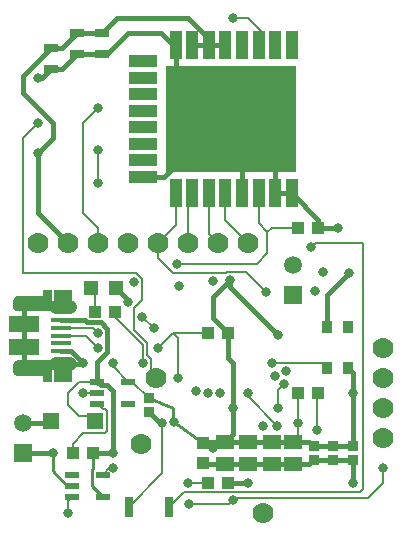
<source format=gbr>
G04 EAGLE Gerber RS-274X export*
G75*
%MOMM*%
%FSLAX34Y34*%
%LPD*%
%INTop Copper*%
%IPPOS*%
%AMOC8*
5,1,8,0,0,1.08239X$1,22.5*%
G01*
%ADD10R,1.500000X1.300000*%
%ADD11R,1.200000X0.550000*%
%ADD12R,1.400000X1.400000*%
%ADD13R,1.100000X1.000000*%
%ADD14R,1.200000X1.200000*%
%ADD15R,0.900000X0.850000*%
%ADD16R,1.000000X1.100000*%
%ADD17R,1.508000X1.508000*%
%ADD18C,1.508000*%
%ADD19C,1.778000*%
%ADD20R,0.850000X1.000000*%
%ADD21R,0.800000X1.700000*%
%ADD22R,1.750000X0.400000*%
%ADD23R,2.500000X1.425000*%
%ADD24C,1.158000*%
%ADD25C,1.208000*%
%ADD26R,2.450000X1.000000*%
%ADD27R,1.000000X2.450000*%
%ADD28R,11.000000X9.000000*%
%ADD29R,1.200000X0.800000*%
%ADD30C,0.127000*%
%ADD31C,0.406400*%
%ADD32C,0.800100*%
%ADD33C,0.203200*%
%ADD34C,0.152400*%
%ADD35C,0.254000*%

G36*
X37057Y170597D02*
X37057Y170597D01*
X37052Y170604D01*
X37059Y170610D01*
X37059Y188860D01*
X37023Y188907D01*
X37016Y188902D01*
X37010Y188909D01*
X30010Y188909D01*
X29963Y188873D01*
X29968Y188866D01*
X29961Y188860D01*
X29961Y183659D01*
X8510Y183659D01*
X8507Y183657D01*
X8505Y183659D01*
X7614Y183559D01*
X7608Y183553D01*
X7604Y183556D01*
X6758Y183260D01*
X6754Y183254D01*
X6748Y183256D01*
X5990Y182779D01*
X5987Y182771D01*
X5981Y182772D01*
X5348Y182139D01*
X5347Y182131D01*
X5341Y182130D01*
X4864Y181372D01*
X4865Y181364D01*
X4864Y181363D01*
X4860Y181362D01*
X4564Y180516D01*
X4566Y180509D01*
X4561Y180506D01*
X4461Y179616D01*
X4463Y179612D01*
X4461Y179610D01*
X4461Y174610D01*
X4463Y174607D01*
X4461Y174605D01*
X4561Y173714D01*
X4567Y173708D01*
X4564Y173704D01*
X4860Y172858D01*
X4866Y172854D01*
X4864Y172848D01*
X5341Y172090D01*
X5349Y172087D01*
X5348Y172081D01*
X5981Y171448D01*
X5989Y171447D01*
X5990Y171441D01*
X6748Y170964D01*
X6756Y170965D01*
X6758Y170960D01*
X7604Y170664D01*
X7611Y170666D01*
X7614Y170661D01*
X8505Y170561D01*
X8508Y170563D01*
X8510Y170561D01*
X37010Y170561D01*
X37057Y170597D01*
G37*
G36*
X37057Y110847D02*
X37057Y110847D01*
X37052Y110854D01*
X37059Y110860D01*
X37059Y129110D01*
X37023Y129157D01*
X37016Y129152D01*
X37010Y129159D01*
X8510Y129159D01*
X8507Y129157D01*
X8505Y129159D01*
X7614Y129059D01*
X7608Y129053D01*
X7604Y129056D01*
X6758Y128760D01*
X6754Y128754D01*
X6748Y128756D01*
X5990Y128279D01*
X5987Y128271D01*
X5981Y128272D01*
X5348Y127639D01*
X5347Y127631D01*
X5341Y127630D01*
X4864Y126872D01*
X4865Y126864D01*
X4860Y126862D01*
X4564Y126016D01*
X4566Y126009D01*
X4561Y126006D01*
X4461Y125116D01*
X4463Y125112D01*
X4461Y125110D01*
X4461Y120110D01*
X4463Y120107D01*
X4461Y120105D01*
X4561Y119214D01*
X4567Y119208D01*
X4564Y119204D01*
X4860Y118358D01*
X4866Y118354D01*
X4864Y118348D01*
X5341Y117590D01*
X5349Y117587D01*
X5348Y117581D01*
X5981Y116948D01*
X5989Y116947D01*
X5990Y116941D01*
X6748Y116464D01*
X6756Y116465D01*
X6758Y116460D01*
X7604Y116164D01*
X7611Y116166D01*
X7614Y116161D01*
X8505Y116061D01*
X8508Y116063D01*
X8510Y116061D01*
X29961Y116061D01*
X29961Y110860D01*
X29997Y110813D01*
X30004Y110818D01*
X30010Y110811D01*
X37010Y110811D01*
X37057Y110847D01*
G37*
G36*
X54157Y168847D02*
X54157Y168847D01*
X54152Y168854D01*
X54159Y168860D01*
X54159Y188860D01*
X54123Y188907D01*
X54116Y188902D01*
X54110Y188909D01*
X39510Y188909D01*
X39463Y188873D01*
X39465Y188870D01*
X39463Y188869D01*
X39466Y188864D01*
X39461Y188860D01*
X39461Y168860D01*
X39497Y168813D01*
X39504Y168818D01*
X39510Y168811D01*
X54110Y168811D01*
X54157Y168847D01*
G37*
G36*
X54157Y110847D02*
X54157Y110847D01*
X54152Y110854D01*
X54159Y110860D01*
X54159Y130860D01*
X54123Y130907D01*
X54116Y130902D01*
X54110Y130909D01*
X39510Y130909D01*
X39463Y130873D01*
X39465Y130870D01*
X39463Y130869D01*
X39466Y130864D01*
X39461Y130860D01*
X39461Y110860D01*
X39497Y110813D01*
X39504Y110818D01*
X39510Y110811D01*
X54110Y110811D01*
X54157Y110847D01*
G37*
D10*
X184150Y60300D03*
X184150Y41300D03*
D11*
X75899Y111100D03*
X75899Y101600D03*
X75899Y92100D03*
X101901Y92100D03*
X101901Y111100D03*
D12*
X73872Y77470D03*
X36872Y77470D03*
D10*
X203200Y60300D03*
X203200Y41300D03*
D13*
X72000Y50800D03*
X55000Y50800D03*
D14*
X91780Y190500D03*
X70780Y190500D03*
D13*
X91050Y170180D03*
X74050Y170180D03*
X245500Y101600D03*
X262500Y101600D03*
D10*
X223520Y60300D03*
X223520Y41300D03*
D15*
X119380Y97240D03*
X119380Y85640D03*
D16*
X165100Y59300D03*
X165100Y42300D03*
D10*
X241300Y60300D03*
X241300Y41300D03*
D15*
X259080Y56600D03*
X259080Y45000D03*
X275590Y45000D03*
X275590Y56600D03*
X292100Y56600D03*
X292100Y45000D03*
D13*
X169300Y25400D03*
X186300Y25400D03*
D17*
X12700Y50800D03*
D18*
X12700Y76200D03*
D19*
X25400Y228600D03*
X50800Y228600D03*
X76200Y228600D03*
X101600Y228600D03*
X127000Y228600D03*
X152400Y228600D03*
X177800Y228600D03*
X203200Y228600D03*
D17*
X241300Y184150D03*
D18*
X241300Y209550D03*
D20*
X270650Y122200D03*
X270650Y157200D03*
X288150Y122200D03*
X288150Y157200D03*
D19*
X125730Y114300D03*
D13*
X186300Y152400D03*
X169300Y152400D03*
D21*
X136380Y5080D03*
X102380Y5080D03*
D22*
X44760Y162860D03*
X44760Y156360D03*
X44760Y149860D03*
X44760Y143360D03*
X44760Y136860D03*
D23*
X14010Y159485D03*
X14010Y140235D03*
D24*
X41020Y174110D02*
X52600Y174110D01*
X52600Y125610D02*
X41020Y125610D01*
D25*
X22550Y177110D02*
X10470Y177110D01*
X10470Y122610D02*
X22550Y122610D01*
D19*
X317500Y63500D03*
X317500Y88900D03*
X317500Y114300D03*
X317500Y139700D03*
D11*
X54309Y32360D03*
X54309Y22860D03*
X54309Y13360D03*
X80311Y13360D03*
X80311Y32360D03*
D26*
X114300Y368300D03*
X114300Y382300D03*
X114300Y354300D03*
X114300Y340300D03*
X114300Y326300D03*
X114300Y312300D03*
X114300Y298300D03*
X114300Y284300D03*
D27*
X142300Y396300D03*
X156300Y396300D03*
X170300Y396300D03*
X184300Y396300D03*
X198300Y396300D03*
X212300Y396300D03*
X142300Y270300D03*
X156300Y270300D03*
X170300Y270300D03*
X184300Y270300D03*
X198300Y270300D03*
X226300Y270300D03*
X212300Y270300D03*
X226300Y396300D03*
X240300Y396300D03*
X240300Y270300D03*
D28*
X189300Y333300D03*
D13*
X245500Y241300D03*
X262500Y241300D03*
D29*
X36830Y393810D03*
X36830Y375810D03*
X58420Y406510D03*
X58420Y388510D03*
X80010Y406510D03*
X80010Y388510D03*
D19*
X215900Y0D03*
X113030Y58420D03*
D30*
X38100Y76242D02*
X36872Y77470D01*
D31*
X12742Y76242D02*
X12700Y76200D01*
X12742Y76242D02*
X38100Y76242D01*
D32*
X50800Y0D03*
D33*
X50800Y9851D01*
X54309Y13360D01*
D32*
X38100Y50800D03*
X63500Y127000D03*
X292100Y25400D03*
X289170Y203200D03*
X130810Y76200D03*
X101968Y178168D03*
D31*
X275590Y45000D02*
X292100Y45000D01*
X275590Y45000D02*
X259080Y45000D01*
X255380Y41300D01*
X241300Y41300D01*
X223520Y41300D01*
X130810Y76200D02*
X128820Y76200D01*
X292100Y45000D02*
X292100Y25400D01*
X38100Y50800D02*
X12700Y50800D01*
X101968Y180312D02*
X91780Y190500D01*
X101968Y180312D02*
X101968Y178168D01*
X270650Y184680D02*
X289170Y203200D01*
X270650Y184680D02*
X270650Y157200D01*
D30*
X130810Y76200D02*
X130810Y33510D01*
X102380Y5080D01*
D31*
X53640Y136860D02*
X44760Y136860D01*
X53640Y136860D02*
X63500Y127000D01*
X62110Y125610D02*
X46810Y125610D01*
X62110Y125610D02*
X63500Y127000D01*
X46810Y125610D02*
X19510Y125610D01*
X16510Y122610D01*
X14010Y125110D01*
X14010Y140235D01*
X14010Y159485D01*
X14010Y174610D01*
X16510Y177110D01*
X43810Y177110D01*
X46810Y174110D01*
D34*
X203200Y41300D02*
X203200Y38100D01*
D31*
X203200Y41300D02*
X184150Y41300D01*
X203200Y41300D02*
X223520Y41300D01*
X166100Y41300D02*
X165100Y42300D01*
X166100Y41300D02*
X184150Y41300D01*
D32*
X215900Y73700D03*
D31*
X128820Y76200D02*
X119380Y85640D01*
D35*
X38100Y50800D02*
X38100Y35149D01*
X50389Y22860D02*
X54309Y22860D01*
X50389Y22860D02*
X38100Y35149D01*
D31*
X142300Y393700D02*
X142300Y396300D01*
X142300Y393700D02*
X142300Y378400D01*
X198300Y322400D02*
X198300Y317500D01*
X198300Y270300D01*
X198300Y322400D02*
X142300Y378400D01*
X226300Y294400D02*
X226300Y270300D01*
X226300Y294400D02*
X198300Y322400D01*
X226300Y270300D02*
X240300Y270300D01*
X142300Y393700D02*
X129600Y406400D01*
X131900Y284300D02*
X114300Y284300D01*
X165100Y317500D02*
X198300Y317500D01*
X165100Y317500D02*
X131900Y284300D01*
X45720Y375810D02*
X58420Y388510D01*
X45720Y375810D02*
X36830Y375810D01*
X58420Y388510D02*
X80010Y388510D01*
X83710Y388510D01*
X101600Y406400D02*
X129600Y406400D01*
X101600Y406400D02*
X83710Y388510D01*
D32*
X25400Y368300D03*
D31*
X29320Y368300D01*
X36830Y375810D01*
D32*
X279400Y241300D03*
D31*
X262500Y248100D02*
X240300Y270300D01*
X262500Y248100D02*
X262500Y241300D01*
X279400Y241300D01*
D30*
X75899Y101600D02*
X63500Y101600D01*
D32*
X63500Y101600D03*
X179515Y101600D03*
X76200Y306795D03*
D34*
X76200Y279400D01*
D32*
X76200Y279400D03*
D34*
X152400Y266400D02*
X156300Y270300D01*
X152400Y266400D02*
X152400Y228600D01*
D32*
X159449Y103373D03*
D34*
X170300Y236100D02*
X170300Y270300D01*
X170300Y236100D02*
X177800Y228600D01*
D32*
X169482Y101600D03*
D34*
X184300Y247500D02*
X184300Y270300D01*
X184300Y247500D02*
X203200Y228600D01*
D32*
X218440Y186690D03*
D34*
X142300Y243900D02*
X142300Y270300D01*
X142300Y243900D02*
X127000Y228600D01*
X127000Y215900D02*
X139700Y203200D01*
X184778Y203200D01*
X185019Y203441D01*
X201689Y203441D01*
D30*
X127000Y215900D02*
X127000Y228600D01*
X201689Y203441D02*
X218440Y186690D01*
D32*
X235694Y119906D03*
D34*
X212300Y244900D02*
X212300Y270300D01*
X219710Y237490D02*
X219710Y219710D01*
X219710Y237490D02*
X212300Y244900D01*
X219710Y219710D02*
X210820Y210820D01*
X143510Y210820D01*
D32*
X143510Y210820D03*
D34*
X223520Y241300D02*
X245500Y241300D01*
X223520Y241300D02*
X219710Y237490D01*
D32*
X228600Y150312D03*
X187833Y196646D03*
D30*
X105520Y111100D02*
X101901Y111100D01*
X105520Y111100D02*
X119380Y97240D01*
X203200Y60300D02*
X223520Y60300D01*
X228600Y60300D01*
X241300Y60300D01*
D32*
X292100Y101600D03*
X260350Y187960D03*
X145352Y191923D03*
D30*
X185865Y194678D02*
X187833Y196646D01*
X245500Y101600D02*
X245500Y76200D01*
X245500Y64500D01*
X241300Y60300D01*
D32*
X203200Y25400D03*
D30*
X101901Y111100D02*
X88900Y124101D01*
X88900Y127000D01*
D32*
X88900Y127000D03*
X106584Y195484D03*
D31*
X166100Y60300D02*
X165100Y59300D01*
X166100Y60300D02*
X184150Y60300D01*
X203200Y60300D01*
X228600Y60300D01*
X223520Y60300D02*
X241300Y60300D01*
X255380Y60300D01*
X259080Y56600D01*
X275590Y56600D01*
X292100Y56600D01*
X292100Y118250D02*
X288150Y122200D01*
X292100Y118250D02*
X292100Y101600D01*
X292100Y56600D01*
X203200Y25400D02*
X186300Y25400D01*
X228600Y150312D02*
X187833Y191079D01*
X187833Y196646D01*
X190500Y127000D02*
X190500Y88900D01*
X190500Y66650D01*
X184150Y60300D01*
X173600Y182413D02*
X187833Y196646D01*
X186300Y131200D02*
X190500Y127000D01*
X186300Y131200D02*
X186300Y152400D01*
X173600Y165100D02*
X173600Y182413D01*
X173600Y165100D02*
X186300Y152400D01*
D32*
X190500Y88900D03*
X245500Y76200D03*
X140843Y76560D03*
D30*
X140060Y76560D01*
D35*
X139700Y88900D02*
X119380Y97240D01*
X139700Y88900D02*
X140060Y76560D01*
X140843Y76560D02*
X165100Y59300D01*
D32*
X25400Y304800D03*
D31*
X25400Y254000D01*
X50800Y228600D01*
X156300Y396300D02*
X170300Y396300D01*
X184300Y396300D01*
X170300Y401200D02*
X152400Y419100D01*
X170300Y401200D02*
X170300Y396300D01*
X58420Y406510D02*
X45720Y393810D01*
X36830Y393810D01*
X58420Y406510D02*
X80010Y406510D01*
X92600Y419100D01*
X152400Y419100D01*
X38100Y330200D02*
X12700Y355600D01*
X38100Y317500D02*
X25400Y304800D01*
X38100Y317500D02*
X38100Y330200D01*
X12700Y355600D02*
X12700Y369680D01*
X36830Y393810D01*
D32*
X173990Y54610D03*
D35*
X171790Y54610D01*
X166100Y60300D01*
D30*
X114316Y142416D02*
X91050Y165682D01*
X91050Y170180D01*
D32*
X114316Y126984D03*
D30*
X114316Y142416D01*
D32*
X266700Y204073D03*
X173990Y196152D03*
X144288Y114300D03*
X127000Y139700D03*
D30*
X139700Y152400D01*
X169300Y152400D01*
X144288Y147813D02*
X139700Y152400D01*
X144288Y147813D02*
X144288Y114300D01*
D32*
X225863Y115549D03*
D34*
X76200Y228600D02*
X76200Y241300D01*
X63500Y254000D01*
X63500Y330200D01*
X76200Y342900D01*
D32*
X76200Y342900D03*
X190500Y419100D03*
D34*
X203200Y419100D01*
X215900Y406400D01*
X215900Y399900D01*
X212300Y396300D01*
D32*
X223981Y127000D03*
D30*
X265850Y127000D02*
X270650Y122200D01*
X265850Y127000D02*
X223981Y127000D01*
D32*
X153670Y7620D03*
D30*
X187055Y7620D01*
X190500Y11066D01*
D32*
X190500Y11066D03*
D33*
X192135Y12700D01*
X304800Y12700D01*
X317500Y25400D01*
X317500Y38100D01*
D32*
X317500Y38100D03*
X203200Y101600D03*
X228067Y73700D03*
D30*
X203200Y98567D01*
X203200Y101600D01*
D34*
X121110Y129799D02*
X117745Y133164D01*
X117745Y143837D01*
X121110Y118920D02*
X125730Y114300D01*
X121110Y118920D02*
X121110Y129799D01*
X117745Y143837D02*
X106619Y154962D01*
X106619Y173210D01*
X113379Y179970D01*
X113379Y198298D01*
X108477Y203200D01*
X12700Y203200D02*
X12700Y317500D01*
X25400Y330200D01*
D32*
X25400Y330200D03*
D34*
X12700Y203200D02*
X108477Y203200D01*
D32*
X76200Y139700D03*
D30*
X66040Y149860D02*
X44760Y149860D01*
X66040Y149860D02*
X76200Y139700D01*
D32*
X76200Y152400D03*
X123382Y156018D03*
D30*
X113414Y165986D01*
D32*
X113414Y165986D03*
D30*
X72240Y156360D02*
X44760Y156360D01*
X72240Y156360D02*
X76200Y152400D01*
X301117Y215900D02*
X301117Y20447D01*
X298403Y17733D02*
X149033Y17733D01*
X136380Y5080D01*
X298403Y17733D02*
X301117Y20447D01*
X301117Y215900D02*
X300990Y227330D01*
X299720Y228600D01*
X260763Y228600D02*
X257080Y224917D01*
D32*
X257080Y224917D03*
D30*
X260763Y228600D02*
X299720Y228600D01*
D32*
X88900Y50800D03*
D30*
X73872Y77470D02*
X69126Y82216D01*
X60216Y82216D01*
D31*
X72000Y50800D02*
X88900Y50800D01*
X88900Y81875D01*
X89000Y81975D01*
X83582Y108414D02*
X78585Y108414D01*
X75899Y111100D01*
X89000Y102996D02*
X89000Y81975D01*
X89000Y102996D02*
X83582Y108414D01*
X75899Y111100D02*
X75899Y127994D01*
X84265Y136360D02*
X84265Y155740D01*
X84265Y136360D02*
X75899Y127994D01*
X84265Y155740D02*
X78889Y161116D01*
D35*
X72000Y50800D02*
X72000Y37469D01*
X71009Y36478D01*
X71009Y22662D01*
X80311Y13360D01*
D31*
X78889Y161116D02*
X66867Y161116D01*
X65123Y162860D01*
X44760Y162860D01*
D30*
X60300Y111100D02*
X75899Y111100D01*
X60300Y111100D02*
X50800Y101600D01*
X50800Y91632D01*
X60216Y82216D01*
X55000Y58501D02*
X55000Y50800D01*
X82135Y67422D02*
X83920Y69208D01*
X63921Y67422D02*
X55000Y58501D01*
X83920Y69208D02*
X83920Y84079D01*
X82135Y67422D02*
X63921Y67422D01*
D33*
X83920Y84079D02*
X83920Y85733D01*
X82135Y87518D01*
X80481Y87518D01*
X75899Y92100D01*
D30*
X74050Y187230D02*
X70780Y190500D01*
X74050Y187230D02*
X74050Y170180D01*
D32*
X261620Y69850D03*
D30*
X261620Y100720D01*
X262500Y101600D01*
D32*
X228600Y88900D03*
D30*
X228600Y104097D01*
X233702Y109198D01*
D32*
X233702Y109198D03*
X152400Y25400D03*
D30*
X169300Y25400D01*
D33*
X86051Y38100D02*
X80311Y32360D01*
X86051Y38100D02*
X88900Y38100D01*
D32*
X88900Y38100D03*
M02*

</source>
